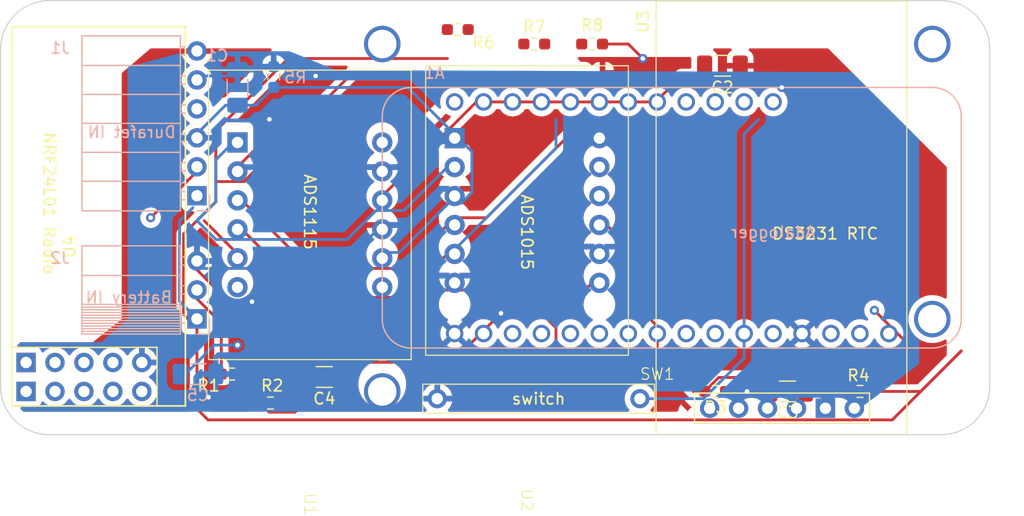
<source format=kicad_pcb>
(kicad_pcb (version 20221018) (generator pcbnew)
  (layers (0 "F.Cu" signal) (31 "B.Cu" signal) (34 "B.Paste" user) (35 "F.Paste" user) (36 "B.SilkS" user "B.Silkscreen") (37 "F.SilkS" user "F.Silkscreen") (38 "B.Mask" user) (39 "F.Mask" user) (44 "Edge.Cuts" user))
  (net 0 "")
  (net 1 "GND")
  (net 2 "Net-(A1-D6)")
  (net 3 "Net-(A1-D10)")
  (net 4 "SCK")
  (net 5 "MOSI")
  (net 6 "MISO")
  (net 7 "pH")
  (net 8 "SDA")
  (net 9 "SCL")
  (net 10 "Net-(U2-AIN0)")
  (net 11 "Net-(U2-AIN2)")
  (net 13 "Net-(A1-D5)")
  (net 14 "Net-(A1-D12)")
  (net 15 "+BATT")
  (net 16 "-BATT")
  (net 17 "unconnected-(A1-~{RESET}-Pad1)")
  (net 35 "RTH_High")
  (net 41 "Net-(R7-Pad1)")
  (footprint "Capacitor_SMD:C_1206_3216Metric_Pad1.33x1.80mm_HandSolder" (layer "F.Cu") (at 129.54 95.25)
    (fp_text reference "C4" (at 0 1.905) (layer "F.SilkS"))
    (fp_text value "100uF")
    (fp_line (start -0.711252 -0.91) (end 0.711252 -0.91) (stroke (width 0.12)) (layer "F.SilkS"))
    (fp_line (start -0.711252 0.91) (end 0.711252 0.91) (stroke (width 0.12)) (layer "F.SilkS"))
    (pad "1" smd roundrect (at -1.5625 0) (size 1.325 1.8) (layers "F.Cu" "F.Paste" "F.Mask") (roundrect_rratio 0.188679) (net 10 "Net-(U2-AIN0)"))
    (pad "2" smd roundrect (at 1.5625 0) (size 1.325 1.8) (layers "F.Cu" "F.Paste" "F.Mask") (roundrect_rratio 0.188679) (net 1 "GND"))
  )
  (footprint "Library:REED_amelia" (layer "F.Cu") (at 148.336 97.155)
    (fp_text reference "SW1" (at 10.414 -2.159 unlocked) (layer "F.SilkS") (effects (font (thickness 0.1))))
    (fp_text value "SW_Reed")
    (fp_rect (start -10.16 -1.27) (end 10.16 1.27) (stroke (width 0.1)) (fill none) (layer "F.SilkS"))
    (pad "1" thru_hole circle (at -8.89 0 90) (size 1.6764 1.6764) (drill 1) (layers "*.Cu" "*.Mask") (net 1 "GND"))
    (pad "2" thru_hole circle (at 8.89 0 90) (size 1.6764 1.6764) (drill 1) (layers "*.Cu" "*.Mask") (net 14 "Net-(A1-D12)"))
  )
  (footprint "Library:mountinghole_amelia" (layer "F.Cu") (at 182.88 66.04)
    (fp_text reference "REF**" hide)
    (fp_text value "mountinghole_amelia")
    (pad "P$1" thru_hole circle (at 0 0) (size 3.2 3.2) (drill 2.5) (layers "*.Cu" "*.Mask"))
  )
  (footprint "Resistor_SMD:R_0603_1608Metric_Pad0.98x0.95mm_HandSolder" (layer "F.Cu") (at 176.53 96.52 180)
    (fp_text reference "R4" (at 0.127 1.397) (layer "F.SilkS"))
    (fp_text value "1M")
    (fp_line (start -0.254724 -0.5225) (end 0.254724 -0.5225) (stroke (width 0.12)) (layer "F.SilkS"))
    (fp_line (start -0.254724 0.5225) (end 0.254724 0.5225) (stroke (width 0.12)) (layer "F.SilkS"))
    (pad "1" smd roundrect (at -0.9125 0 180) (size 0.975 0.95) (layers "F.Cu" "F.Paste" "F.Mask") (net 15 "+BATT"))
    (pad "2" smd roundrect (at 0.9125 0 180) (size 0.975 0.95) (layers "F.Cu" "F.Paste" "F.Mask") (net 11 "Net-(U2-AIN2)"))
  )
  (footprint "Library:ADC_amelia_nomount" (layer "F.Cu") (at 128.27 81.026 -90)
    (fp_text reference "U1" (at 25.4 0 -90 unlocked) (layer "F.SilkS") (effects (font (thickness 0.1))))
    (fp_text value "ADS_Ritger")
    (fp_rect (start -12.7 -8.89) (end 12.7 8.89) (stroke (width 0.1)) (fill none) (layer "F.SilkS"))
    (pad "1" thru_hole rect (at -6.35 6.35) (size 1.778 1.778) (drill 1) (layers "*.Cu" "*.Mask") (net 15 "+BATT"))
    (pad "2" thru_hole circle (at -3.81 6.35) (size 1.778 1.778) (drill 1) (layers "*.Cu" "*.Mask") (net 1 "GND"))
    (pad "3" thru_hole circle (at -1.27 6.35) (size 1.778 1.778) (drill 1) (layers "*.Cu" "*.Mask") (net 9 "SCL"))
    (pad "4" thru_hole circle (at 1.27 6.35) (size 1.778 1.778) (drill 1) (layers "*.Cu" "*.Mask") (net 8 "SDA"))
    (pad "5" thru_hole circle (at 3.81 6.35) (size 1.778 1.778) (drill 1) (layers "*.Cu" "*.Mask") (net 15 "+BATT"))
    (pad "6" thru_hole circle (at 6.35 6.35) (size 1.778 1.778) (drill 1) (layers "*.Cu" "*.Mask"))
    (pad "7" thru_hole circle (at -6.35 -6.35) (size 1.778 1.778) (drill 1) (layers "*.Cu" "*.Mask"))
    (pad "8" thru_hole circle (at -3.81 -6.35) (size 1.778 1.778) (drill 1) (layers "*.Cu" "*.Mask") (net 1 "GND"))
    (pad "9" thru_hole circle (at -1.27 -6.35) (size 1.778 1.778) (drill 1) (layers "*.Cu" "*.Mask") (net 35 "RTH_High"))
    (pad "10" thru_hole circle (at 1.27 -6.35) (size 1.778 1.778) (drill 1) (layers "*.Cu" "*.Mask") (net 1 "GND"))
    (pad "11" thru_hole circle (at 3.81 -6.35) (size 1.778 1.778) (drill 1) (layers "*.Cu" "*.Mask") (net 7 "pH"))
    (pad "12" thru_hole circle (at 6.35 -6.35) (size 1.778 1.778) (drill 1) (layers "*.Cu" "*.Mask"))
  )
  (footprint "Resistor_SMD:R_0603_1608Metric_Pad0.98x0.95mm_HandSolder" (layer "F.Cu") (at 153.035 66.04 180)
    (fp_text reference "R8" (at 0 1.651 180) (layer "F.SilkS"))
    (fp_text value "15k")
    (fp_line (start -0.254724 -0.5225) (end 0.254724 -0.5225) (stroke (width 0.12)) (layer "F.SilkS"))
    (fp_line (start -0.254724 0.5225) (end 0.254724 0.5225) (stroke (width 0.12)) (layer "F.SilkS"))
    (pad "1" smd roundrect (at -0.9125 0 180) (size 0.975 0.95) (layers "F.Cu" "F.Paste" "F.Mask") (net 1 "GND"))
    (pad "2" smd roundrect (at 0.9125 0 180) (size 0.975 0.95) (layers "F.Cu" "F.Paste" "F.Mask") (net 41 "Net-(R7-Pad1)"))
  )
  (footprint "Capacitor_SMD:C_1206_3216Metric_Pad1.33x1.80mm_HandSolder" (layer "F.Cu") (at 164.465 67.945)
    (fp_text reference "C2" (at 0 1.905) (layer "F.SilkS"))
    (fp_text value "100uF")
    (fp_line (start -0.711252 -0.91) (end 0.711252 -0.91) (stroke (width 0.12)) (layer "F.SilkS"))
    (fp_line (start -0.711252 0.91) (end 0.711252 0.91) (stroke (width 0.12)) (layer "F.SilkS"))
    (pad "1" smd roundrect (at -1.5625 0) (size 1.325 1.8) (layers "F.Cu" "F.Paste" "F.Mask") (roundrect_rratio 0.188679) (net 35 "RTH_High"))
    (pad "2" smd roundrect (at 1.5625 0) (size 1.325 1.8) (layers "F.Cu" "F.Paste" "F.Mask") (roundrect_rratio 0.188679) (net 1 "GND"))
  )
  (footprint "Resistor_SMD:R_0603_1608Metric_Pad0.98x0.95mm_HandSolder" (layer "F.Cu") (at 163.83 96.52)
    (fp_text reference "R3" (at 0 1.397) (layer "F.SilkS"))
    (fp_text value "10k")
    (fp_line (start -0.254724 -0.5225) (end 0.254724 -0.5225) (stroke (width 0.12)) (layer "F.SilkS"))
    (fp_line (start -0.254724 0.5225) (end 0.254724 0.5225) (stroke (width 0.12)) (layer "F.SilkS"))
    (pad "1" smd roundrect (at -0.9125 0) (size 0.975 0.95) (layers "F.Cu" "F.Paste" "F.Mask") (net 11 "Net-(U2-AIN2)"))
    (pad "2" smd roundrect (at 0.9125 0) (size 0.975 0.95) (layers "F.Cu" "F.Paste" "F.Mask") (net 1 "GND"))
  )
  (footprint "Library:mountinghole_amelia" (layer "F.Cu") (at 182.88 90.17)
    (fp_text reference "REF**" hide)
    (fp_text value "mountinghole_amelia")
    (pad "P$1" thru_hole circle (at 0 0) (size 3.2 3.2) (drill 2.5) (layers "*.Cu" "*.Mask"))
  )
  (footprint "" (layer "F.Cu") (at 134.62 66.04)
    (fp_text reference "" (at 0 0) (layer "F.SilkS") (effects (font (size 1.27 1.27))))
    (fp_text value "" (at 0 0) (layer "F.SilkS") (effects (font (size 1.27 1.27))))
    (pad "P$1" thru_hole circle (at 0 0) (size 3.2 3.2) (drill 2.5) (layers "*.Cu" "*.Mask"))
  )
  (footprint "Library:DS3231RTC_amelia" (layer "F.Cu") (at 160.8328 98.248 90)
    (fp_text reference "U3" (at 34.163 -3.332 90) (layer "F.SilkS"))
    (fp_text value "DS3231MZ")
    (fp_line (start -1.076 1.18) (end -1.076 16.54) (stroke (width 0.12)) (layer "F.SilkS"))
    (fp_line (start -1.076 1.18) (end 1.584 1.18) (stroke (width 0.12)) (layer "F.SilkS"))
    (fp_line (start -1.076 16.54) (end 1.584 16.54) (stroke (width 0.12)) (layer "F.SilkS"))
    (fp_line (start 0.254 1.18) (end 1.584 1.18) (stroke (width 0.12)) (layer "F.SilkS"))
    (fp_line (start 1.584 1.18) (end 1.584 2.51) (stroke (width 0.12)) (layer "F.SilkS"))
    (fp_line (start 1.584 1.18) (end 1.584 16.54) (stroke (width 0.12)) (layer "F.SilkS"))
    (fp_rect (start -2.032 -2.188) (end 35.968 19.812) (stroke (width 0.1)) (fill none) (layer "F.SilkS"))
    (pad "1" thru_hole circle (at 0.254 2.51 90) (size 1.7 1.7) (drill 1) (layers "*.Cu" "*.Mask") (net 1 "GND"))
    (pad "2" thru_hole oval (at 0.254 5.05 90) (size 1.7 1.7) (drill 1) (layers "*.Cu" "*.Mask") (net 15 "+BATT"))
    (pad "3" thru_hole oval (at 0.254 7.59 90) (size 1.7 1.7) (drill 1) (layers "*.Cu" "*.Mask") (net 8 "SDA"))
    (pad "4" thru_hole oval (at 0.254 10.13 90) (size 1.7 1.7) (drill 1) (layers "*.Cu" "*.Mask") (net 9 "SCL"))
    (pad "5" thru_hole rect (at 0.254 12.67 90) (size 1.7 1.7) (drill 1) (layers "*.Cu" "*.Mask") (net 13 "Net-(A1-D5)"))
    (pad "6" thru_hole oval (at 0.254 15.21 90) (size 1.7 1.7) (drill 1) (layers "*.Cu" "*.Mask"))
  )
  (footprint "Library:ADC_amelia_nomount" (layer "F.Cu") (at 147.32 80.645 -90)
    (fp_text reference "U2" (at 25.4 0 -90 unlocked) (layer "F.SilkS") (effects (font (thickness 0.1))))
    (fp_text value "ADS_Ritger")
    (fp_rect (start -12.7 -8.89) (end 12.7 8.89) (stroke (width 0.1)) (fill none) (layer "F.SilkS"))
    (pad "1" thru_hole rect (at -6.35 6.35) (size 1.778 1.778) (drill 1) (layers "*.Cu" "*.Mask") (net 15 "+BATT"))
    (pad "2" thru_hole circle (at -3.81 6.35) (size 1.778 1.778) (drill 1) (layers "*.Cu" "*.Mask") (net 1 "GND"))
    (pad "3" thru_hole circle (at -1.27 6.35) (size 1.778 1.778) (drill 1) (layers "*.Cu" "*.Mask") (net 9 "SCL"))
    (pad "4" thru_hole circle (at 1.27 6.35) (size 1.778 1.778) (drill 1) (layers "*.Cu" "*.Mask") (net 8 "SDA"))
    (pad "5" thru_hole circle (at 3.81 6.35) (size 1.778 1.778) (drill 1) (layers "*.Cu" "*.Mask") (net 1 "GND"))
    (pad "6" thru_hole circle (at 6.35 6.35) (size 1.778 1.778) (drill 1) (layers "*.Cu" "*.Mask"))
    (pad "7" thru_hole circle (at -6.35 -6.35) (size 1.778 1.778) (drill 1) (layers "*.Cu" "*.Mask"))
    (pad "8" thru_hole circle (at -3.81 -6.35) (size 1.778 1.778) (drill 1) (layers "*.Cu" "*.Mask"))
    (pad "9" thru_hole circle (at -1.27 -6.35) (size 1.778 1.778) (drill 1) (layers "*.Cu" "*.Mask") (net 11 "Net-(U2-AIN2)"))
    (pad "10" thru_hole circle (at 1.27 -6.35) (size 1.778 1.778) (drill 1) (layers "*.Cu" "*.Mask") (net 1 "GND"))
    (pad "11" thru_hole circle (at 3.81 -6.35) (size 1.778 1.778) (drill 1) (layers "*.Cu" "*.Mask") (net 10 "Net-(U2-AIN0)"))
    (pad "12" thru_hole circle (at 6.35 -6.35) (size 1.778 1.778) (drill 1) (layers "*.Cu" "*.Mask"))
  )
  (footprint "Resistor_SMD:R_0603_1608Metric_Pad0.98x0.95mm_HandSolder" (layer "F.Cu") (at 121.412 94.996)
    (fp_text reference "R1" (at -2.032 1.016) (layer "F.SilkS"))
    (fp_text value "1M")
    (fp_line (start -0.254724 -0.5225) (end 0.254724 -0.5225) (stroke (width 0.12)) (layer "F.SilkS"))
    (fp_line (start -0.254724 0.5225) (end 0.254724 0.5225) (stroke (width 0.12)) (layer "F.SilkS"))
    (pad "1" smd roundrect (at -0.9125 0) (size 0.975 0.95) (layers "F.Cu" "F.Paste" "F.Mask") (net 16 "-BATT"))
    (pad "2" smd roundrect (at 0.9125 0) (size 0.975 0.95) (layers "F.Cu" "F.Paste" "F.Mask") (net 10 "Net-(U2-AIN0)"))
  )
  (footprint "Library:mountinghole_amelia" (layer "F.Cu") (at 134.62 96.52)
    (fp_text reference "REF**" hide)
    (fp_text value "mountinghole_amelia")
    (pad "P$1" thru_hole circle (at 0 0) (size 3.2 3.2) (drill 2.5) (layers "*.Cu" "*.Mask"))
  )
  (footprint "Capacitor_SMD:C_1206_3216Metric_Pad1.33x1.80mm_HandSolder" (layer "F.Cu") (at 170.18 96.52 180)
    (fp_text reference "C3" (at 0 -1.85) (layer "F.SilkS"))
    (fp_text value "100uF")
    (fp_line (start -0.711252 -0.91) (end 0.711252 -0.91) (stroke (width 0.12)) (layer "F.SilkS"))
    (fp_line (start -0.711252 0.91) (end 0.711252 0.91) (stroke (width 0.12)) (layer "F.SilkS"))
    (pad "1" smd roundrect (at -1.5625 0 180) (size 1.325 1.8) (layers "F.Cu" "F.Paste" "F.Mask") (roundrect_rratio 0.188679) (net 11 "Net-(U2-AIN2)"))
    (pad "2" smd roundrect (at 1.5625 0 180) (size 1.325 1.8) (layers "F.Cu" "F.Paste" "F.Mask") (roundrect_rratio 0.188679) (net 1 "GND"))
  )
  (footprint "Resistor_SMD:R_0603_1608Metric_Pad0.98x0.95mm_HandSolder" (layer "F.Cu") (at 147.955 66.04 180)
    (fp_text reference "R7" (at 0 1.524 180) (layer "F.SilkS"))
    (fp_text value "1M")
    (fp_line (start -0.254724 -0.5225) (end 0.254724 -0.5225) (stroke (width 0.12)) (layer "F.SilkS"))
    (fp_line (start -0.254724 0.5225) (end 0.254724 0.5225) (stroke (width 0.12)) (layer "F.SilkS"))
    (pad "1" smd roundrect (at -0.9125 0 180) (size 0.975 0.95) (layers "F.Cu" "F.Paste" "F.Mask") (net 41 "Net-(R7-Pad1)"))
    (pad "2" smd roundrect (at 0.9125 0 180) (size 0.975 0.95) (layers "F.Cu" "F.Paste" "F.Mask") (net 15 "+BATT"))
  )
  (footprint "Resistor_SMD:R_0603_1608Metric_Pad0.98x0.95mm_HandSolder" (layer "F.Cu") (at 124.8175 97.536 180)
    (fp_text reference "R2" (at -0.1505 1.524) (layer "F.SilkS"))
    (fp_text value "10k")
    (fp_line (start -0.254724 -0.5225) (end 0.254724 -0.5225) (stroke (width 0.12)) (layer "F.SilkS"))
    (fp_line (start -0.254724 0.5225) (end 0.254724 0.5225) (stroke (width 0.12)) (layer "F.SilkS"))
    (pad "1" smd roundrect (at -0.9125 0 180) (size 0.975 0.95) (layers "F.Cu" "F.Paste" "F.Mask") (net 10 "Net-(U2-AIN0)"))
    (pad "2" smd roundrect (at 0.9125 0 180) (size 0.975 0.95) (layers "F.Cu" "F.Paste" "F.Mask") (net 1 "GND"))
  )
  (footprint "Library:NRF24L01Module" (layer "F.Cu") (at 105.918 93.98 90)
    (fp_text reference "U4" (at 10.16 1.27 90) (layer "F.SilkS"))
    (fp_text value "NRF24L01_Breakout")
    (fp_line (start -3.825 8.94) (end 1.33 8.94) (stroke (width 0.12)) (layer "F.SilkS"))
    (fp_line (start -3.81 -3.81) (end -3.81 11.43) (stroke (width 0.15)) (layer "F.SilkS"))
    (fp_line (start -3.81 11.43) (end 29.464 11.43) (stroke (width 0.15)) (layer "F.SilkS"))
    (fp_line (start 1.33 -3.825) (end 1.33 8.94) (stroke (width 0.12)) (layer "F.SilkS"))
    (fp_line (start 29.464 -3.81) (end -3.81 -3.81) (stroke (width 0.15)) (layer "F.SilkS"))
    (fp_line (start 29.464 11.43) (end 29.464 -3.81) (stroke (width 0.15)) (layer "F.SilkS"))
    (pad "1" thru_hole rect (at 0 -2.55 90) (size 1.7 1.7) (drill 1) (layers "*.Cu" "*.Mask") (net 15 "+BATT"))
    (pad "2" thru_hole rect (at -2.54 -2.55 90) (size 1.7 1.7) (drill 1) (layers "*.Cu" "*.Mask"))
    (pad "3" thru_hole oval (at 0 -0.01 90) (size 1.7 1.7) (drill 1) (layers "*.Cu" "*.Mask") (net 3 "Net-(A1-D10)"))
    (pad "4" thru_hole oval (at -2.54 -0.01 90) (size 1.7 1.7) (drill 1) (layers "*.Cu" "*.Mask") (net 2 "Net-(A1-D6)"))
    (pad "5" thru_hole oval (at 0 2.53 90) (size 1.7 1.7) (drill 1) (layers "*.Cu" "*.Mask") (net 5 "MOSI"))
    (pad "6" thru_hole oval (at -2.54 2.53 90) (size 1.7 1.7) (drill 1) (layers "*.Cu" "*.Mask") (net 4 "SCK"))
    (pad "7" thru_hole oval (at 0 5.07 90) (size 1.7 1.7) (drill 1) (layers "*.Cu" "*.Mask"))
    (pad "8" thru_hole oval (at -2.54 5.07 90) (size 1.7 1.7) (drill 1) (layers "*.Cu" "*.Mask") (net 6 "MISO"))
    (pad "9" thru_hole oval (at 0 7.61 90) (size 1.7 1.7) (drill 1) (layers "*.Cu" "*.Mask") (net 1 "GND"))
    (pad "10" thru_hole oval (at -2.54 7.61 90) (size 1.7 1.7) (drill 1) (layers "*.Cu" "*.Mask"))
  )
  (footprint "Resistor_SMD:R_0603_1608Metric_Pad0.98x0.95mm_HandSolder" (layer "F.Cu") (at 141.2475 64.77)
    (fp_text reference "R6" (at 2.2625 1.143) (layer "F.SilkS"))
    (fp_text value "1M")
    (fp_line (start -0.254724 -0.5225) (end 0.254724 -0.5225) (stroke (width 0.12)) (layer "F.SilkS"))
    (fp_line (start -0.254724 0.5225) (end 0.254724 0.5225) (stroke (width 0.12)) (layer "F.SilkS"))
    (pad "1" smd roundrect (at -0.9125 0) (size 0.975 0.95) (layers "F.Cu" "F.Paste" "F.Mask") (net 15 "+BATT"))
    (pad "2" smd roundrect (at 0.9125 0) (size 0.975 0.95) (layers "F.Cu" "F.Paste" "F.Mask") (net 35 "RTH_High"))
  )
  (footprint "Connector_PinSocket_2.54mm:PinSocket_1x03_P2.54mm_Horizontal" (layer "B.Cu") (at 118.364 90.155)
    (fp_text reference "J2" (at -12.02 -5.334 -360) (layer "B.SilkS") (effects (justify mirror)))
    (fp_text value "Conn_01x03_Pin")
    (fp_line (start -10.09 -6.41) (end -1.46 -6.41) (stroke (width 0.12)) (layer "B.SilkS"))
    (fp_line (start -10.09 -3.81) (end -1.46 -3.81) (stroke (width 0.12)) (layer "B.SilkS"))
    (fp_line (start -10.09 -1.27) (end -1.46 -1.27) (stroke (width 0.12)) (layer "B.SilkS"))
    (fp_line (start -10.09 -1.033805) (end -1.46 -1.033805) (stroke (width 0.12)) (layer "B.SilkS"))
    (fp_line (start -10.09 -0.797615) (end -1.46 -0.797615) (stroke (width 0.12)) (layer "B.SilkS"))
    (fp_line (start -10.09 -0.561425) (end -1.46 -0.561425) (stroke (width 0.12)) (layer "B.SilkS"))
    (fp_line (start -10.09 -0.325235) (end -1.46 -0.325235) (stroke (width 0.12)) (layer "B.SilkS"))
    (fp_line (start -10.09 -0.089045) (end -1.46 -0.089045) (stroke (width 0.12)) (layer "B.SilkS"))
    (fp_line (start -10.09 0.147145) (end -1.46 0.147145) (stroke (width 0.12)) (layer "B.SilkS"))
    (fp_line (start -10.09 0.383335) (end -1.46 0.383335) (stroke (width 0.12)) (layer "B.SilkS"))
    (fp_line (start -10.09 0.619525) (end -1.46 0.619525) (stroke (width 0.12)) (layer "B.SilkS"))
    (fp_line (start -10.09 0.855715) (end -1.46 0.855715) (stroke (width 0.12)) (layer "B.SilkS"))
    (fp_line (start -10.09 1.091905) (end -1.46 1.091905) (stroke (width 0.12)) (layer "B.SilkS"))
    (fp_line (start -10.09 1.33) (end -10.09 -6.41) (stroke (width 0.12)) (layer "B.SilkS"))
    (fp_line (start -10.09 1.33) (end -1.46 1.33) (stroke (width 0.12)) (layer "B.SilkS"))
    (fp_line (start -1.46 -5.44) (end -1.05 -5.44) (stroke (width 0.12)) (layer "B.SilkS"))
    (fp_line (start -1.46 -4.72) (end -1.05 -4.72) (stroke (width 0.12)) (layer "B.SilkS"))
    (fp_line (start -1.46 -2.9) (end -1.05 -2.9) (stroke (width 0.12)) (layer "B.SilkS"))
    (fp_line (start -1.46 -2.18) (end -1.05 -2.18) (stroke (width 0.12)) (layer "B.SilkS"))
    (fp_line (start -1.46 -0.36) (end -1.11 -0.36) (stroke (width 0.12)) (layer "B.SilkS"))
    (fp_line (start -1.46 0.36) (end -1.11 0.36) (stroke (width 0.12)) (layer "B.SilkS"))
    (fp_line (start -1.46 1.33) (end -1.46 -6.41) (stroke (width 0.12)) (layer "B.SilkS"))
    (fp_line (start 0 1.33) (end 1.11 1.33) (stroke (width 0.12)) (layer "B.SilkS"))
    (fp_line (start 1.11 1.33) (end 1.11 0) (stroke (width 0.12)) (layer "B.SilkS"))
    (pad "1" thru_hole rect (at 0 0) (size 1.7 1.7) (drill 1) (layers "*.Cu" "*.Mask") (net 15 "+BATT"))
    (pad "2" thru_hole oval (at 0 -2.54) (size 1.7 1.7) (drill 1) (layers "*.Cu" "*.Mask") (net 16 "-BATT"))
    (pad "3" thru_hole oval (at 0 -5.08) (size 1.7 1.7) (drill 1) (layers "*.Cu" "*.Mask") (net 1 "GND"))
  )
  (footprint "Resistor_SMD:R_0603_1608Metric_Pad0.98x0.95mm_HandSolder" (layer "B.Cu") (at 125.095 68.9375 90)
    (fp_text reference "R5" (at -0.0235 1.905) (layer "B.SilkS") (effects (justify mirror)))
    (fp_text value "1M")
    (fp_line (start -0.254724 -0.5225) (end 0.254724 -0.5225) (stroke (width 0.12)) (layer "B.SilkS"))
    (fp_line (start -0.254724 0.5225) (end 0.254724 0.5225) (stroke (width 0.12)) (layer "B.SilkS"))
    (pad "1" smd roundrect (at -0.9125 0 90) (size 0.975 0.95) (layers "B.Cu" "B.Paste" "B.Mask") (net 7 "pH"))
    (pad "2" smd roundrect (at 0.9125 0 90) (size 0.975 0.95) (layers "B.Cu" "B.Paste" "B.Mask") (net 1 "GND"))
  )
  (footprint "Library:Adalogger_amelia_nomount" (layer "B.Cu") (at 160.02 81.28 180)
    (fp_text reference "A1" (at 20.828 12.7) (layer "B.SilkS") (effects (justify mirror)))
    (fp_text value "Adafruit_Feather_M0_Adalogger")
    (fp_line (start -25.4 -8.89) (end -25.4 8.89) (stroke (width 0.127)) (layer "B.SilkS"))
    (fp_line (start -22.86 11.43) (end 22.86 11.43) (stroke (width 0.127)) (layer "B.SilkS"))
    (fp_line (start 22.86 -11.43) (end -22.86 -11.43) (stroke (width 0.127)) (layer "B.SilkS"))
    (fp_line (start 25.4 8.89) (end 25.4 -8.89) (stroke (width 0.127)) (layer "B.SilkS"))
    (fp_arc (start -25.4 -8.89) (mid -24.656051 -10.686051) (end -22.86 -11.43) (stroke (width 0.127)) (layer "B.SilkS"))
    (fp_arc (start -22.86 11.43) (mid -24.656051 10.686051) (end -25.4 8.89) (stroke (width 0.127)) (layer "B.SilkS"))
    (fp_arc (start 22.86 -11.43) (mid 24.656051 -10.686051) (end 25.4 -8.89) (stroke (width 0.127)) (layer "B.SilkS"))
    (fp_arc (start 25.4 8.89) (mid 24.656051 10.686051) (end 22.86 11.43) (stroke (width 0.127)) (layer "B.SilkS"))
    (pad "1" thru_hole circle (at -19.05 -10.16 180) (size 1.53 1.53) (drill 1.02) (layers "*.Cu" "*.Mask") (net 17 "unconnected-(A1-~{RESET}-Pad1)"))
    (pad "2" thru_hole circle (at -16.51 -10.16 180) (size 1.53 1.53) (drill 1.02) (layers "*.Cu" "*.Mask") (net 15 "+BATT"))
    (pad "3" thru_hole circle (at -13.97 -10.16 180) (size 1.53 1.53) (drill 1.02) (layers "*.Cu" "*.Mask"))
    (pad "4" thru_hole circle (at -11.43 -10.16 180) (size 1.53 1.53) (drill 1.02) (layers "*.Cu" "*.Mask") (net 1 "GND"))
    (pad "5" thru_hole circle (at -8.89 -10.16 180) (size 1.53 1.53) (drill 1.02) (layers "*.Cu" "*.Mask"))
    (pad "6" thru_hole circle (at -6.35 -10.16 180) (size 1.53 1.53) (drill 1.02) (layers "*.Cu" "*.Mask"))
    (pad "7" thru_hole circle (at -3.81 -10.16 180) (size 1.53 1.53) (drill 1.02) (layers "*.Cu" "*.Mask"))
    (pad "8" thru_hole circle (at -1.27 -10.16 180) (size 1.53 1.53) (drill 1.02) (layers "*.Cu" "*.Mask"))
    (pad "9" thru_hole circle (at 1.27 -10.16 180) (size 1.53 1.53) (drill 1.02) (layers "*.Cu" "*.Mask"))
    (pad "10" thru_hole circle (at 3.81 -10.16 180) (size 1.53 1.53) (drill 1.02) (layers "*.Cu" "*.Mask"))
    (pad "11" thru_hole circle (at 6.35 -10.16 180) (size 1.53 1.53) (drill 1.02) (layers "*.Cu" "*.Mask") (net 4 "SCK"))
    (pad "12" thru_hole circle (at 8.89 -10.16 180) (size 1.53 1.53) (drill 1.02) (layers "*.Cu" "*.Mask") (net 5 "MOSI"))
    (pad "13" thru_hole circle (at 11.43 -10.16 180) (size 1.53 1.53) (drill 1.02) (layers "*.Cu" "*.Mask") (net 6 "MISO"))
    (pad "14" thru_hole circle (at 13.97 -10.16 180) (size 1.53 1.53) (drill 1.02) (layers "*.Cu" "*.Mask"))
    (pad "15" thru_hole circle (at 16.51 -10.16 180) (size 1.53 1.53) (drill 1.02) (layers "*.Cu" "*.Mask"))
    (pad "16" thru_hole circle (at 19.05 -10.16 180) (size 1.53 1.53) (drill 1.02) (layers "*.Cu" "*.Mask") (net 1 "GND"))
    (pad "17" thru_hole circle (at 19.05 10.16 180) (size 1.53 1.53) (drill 1.02) (layers "*.Cu" "*.Mask") (net 8 "SDA"))
    (pad "18" thru_hole circle (at 16.51 10.16 180) (size 1.53 1.53) (drill 1.02) (layers "*.Cu" "*.Mask") (net 9 "SCL"))
    (pad "19" thru_hole circle (at 13.97 10.16 180) (size 1.53 1.53) (drill 1.02) (layers "*.Cu" "*.Mask") (net 13 "Net-(A1-D5)"))
    (pad "20" thru_hole circle (at 11.43 10.16 180) (size 1.53 1.53) (drill 1.02) (layers "*.Cu" "*.Mask") (net 2 "Net-(A1-D6)"))
    (pad "21" thru_hole circle (at 8.89 10.16 180) (size 1.53 1.53) (drill 1.02) (layers "*.Cu" "*.Mask"))
    (pad "22" thru_hole circle (at 6.35 10.16 180) (size 1.53 1.53) (drill 1.02) (layers "*.Cu" "*.Mask") (net 3 "Net-(A1-D10)"))
    (pad "23" thru_hole circle (at 3.81 10.16 180) (size 1.53 1.53) (drill 1.02) (layers "*.Cu" "*.Mask"))
    (pad "24" thru_hole circle (at 1.27 10.16 180) (size 1.53 1.53) (drill 1.02) (layers "*.Cu" "*.Mask") (net 14 "Net-(A1-D12)"))
    (pad "25" thru_hole circle (at -1.27 10.16 180) (size 1.53 1.53) (drill 1.02) (layers "*.Cu" "*.Mask"))
    (pad "26" thru_hole circle (at -3.81 10.16 180) (size 1.53 1.53) (drill 1.02) (layers "*.Cu" "*.Mask"))
    (pad "27" thru_hole circle (at -6.35 10.16 180) (size 1.53 1.53) (drill 1.02) (layers "*.Cu" "*.Mask"))
    (pad "28" thru_hole circle (at -8.89 10.16 180) (size 1.53 1.53) (drill 1.02) (layers "*.Cu" "*.Mask"))
  )
  (footprint "Capacitor_SMD:C_1206_3216Metric_Pad1.33x1.80mm_HandSolder" (layer "B.Cu") (at 118.4525 94.996)
    (fp_text reference "C5" (at 0 1.85 180) (layer "B.SilkS") (effects (justify mirror)))
    (fp_text value "10uF")
    (fp_line (start -0.711252 -0.91) (end 0.711252 -0.91) (stroke (width 0.12)) (layer "B.SilkS"))
    (fp_line (start -0.711252 0.91) (end 0.711252 0.91) (stroke (width 0.12)) (layer "B.SilkS"))
    (pad "1" smd roundrect (at -1.5625 0) (size 1.325 1.8) (layers "B.Cu" "B.Paste" "B.Mask") (roundrect_rratio 0.188679) (net 15 "+BATT"))
    (pad "2" smd roundrect (at 1.5625 0) (size 1.325 1.8) (layers "B.Cu" "B.Paste" "B.Mask") (roundrect_rratio 0.188679) (net 1 "GND"))
  )
  (footprint "Connector_PinSocket_2.54mm:PinSocket_1x06_P2.54mm_Horizontal" (layer "B.Cu") (at 118.364 79.35)
    (fp_text reference "J1" (at -12.02 -12.954) (layer "B.SilkS") (effects (justify mirror)))
    (fp_text value "Conn_01x06_Pin")
    (fp_line (start -10.09 -14.03) (end -1.46 -14.03) (stroke (width 0.12)) (layer "B.SilkS"))
    (fp_line (start -10.09 -11.43) (end -1.46 -11.43) (stroke (width 0.12)) (layer "B.SilkS"))
    (fp_line (start -10.09 -8.89) (end -1.46 -8.89) (stroke (width 0.12)) (layer "B.SilkS"))
    (fp_line (start -10.09 -6.35) (end -1.46 -6.35) (stroke (width 0.12)) (layer "B.SilkS"))
    (fp_line (start -10.09 -3.81) (end -1.46 -3.81) (stroke (width 0.12)) (layer "B.SilkS"))
    (fp_line (start -10.09 -1.27) (end -1.46 -1.27) (stroke (width 0.12)) (layer "B.SilkS"))
    (fp_line (start -10.09 1.33) (end -10.09 -14.03) (stroke (width 0.12)) (layer "B.SilkS"))
    (fp_line (start -10.09 1.33) (end -1.46 1.33) (stroke (width 0.12)) (layer "B.SilkS"))
    (fp_line (start -1.46 -13.06) (end -1.05 -13.06) (stroke (width 0.12)) (layer "B.SilkS"))
    (fp_line (start -1.46 -12.34) (end -1.05 -12.34) (stroke (width 0.12)) (layer "B.SilkS"))
    (fp_line (start -1.46 -10.52) (end -1.05 -10.52) (stroke (width 0.12)) (layer "B.SilkS"))
    (fp_line (start -1.46 -9.8) (end -1.05 -9.8) (stroke (width 0.12)) (layer "B.SilkS"))
    (fp_line (start -1.46 -7.98) (end -1.05 -7.98) (stroke (width 0.12)) (layer "B.SilkS"))
    (fp_line (start -1.46 -7.26) (end -1.05 -7.26) (stroke (width 0.12)) (layer "B.SilkS"))
    (fp_line (start -1.46 -5.44) (end -1.05 -5.44) (stroke (width 0.12)) (layer "B.SilkS"))
    (fp_line (start -1.46 -4.72) (end -1.05 -4.72) (stroke (width 0.12)) (layer "B.SilkS"))
    (fp_line (start -1.46 -2.9) (end -1.05 -2.9) (stroke (width 0.12)) (layer "B.SilkS"))
    (fp_line (start -1.46 -2.18) (end -1.05 -2.18) (stroke (width 0.12)) (layer "B.SilkS"))
    (fp_line (start -1.46 -0.36) (end -1.11 -0.36) (stroke (width 0.12)) (layer "B.SilkS"))
    (fp_line (start -1.46 0.36) (end -1.11 0.36) (stroke (width 0.12)) (layer "B.SilkS"))
    (fp_line (start -1.46 1.33) (end -1.46 -14.03) (stroke (width 0.12)) (layer "B.SilkS"))
    (fp_line (start 0 1.33) (end 1.11 1.33) (stroke (width 0.12)) (layer "B.SilkS"))
    (fp_line (start 1.11 1.33) (end 1.11 0) (stroke (width 0.12)) (layer "B.SilkS"))
    (pad "1" thru_hole rect (at 0 0) (size 1.7 1.7) (drill 1) (layers "*.Cu" "*.Mask") (net 15 "+BATT"))
    (pad "2" thru_hole oval (at 0 -2.54) (size 1.7 1.7) (drill 1) (layers "*.Cu" "*.Mask") (net 16 "-BATT"))
    (pad "3" thru_hole oval (at 0 -5.08) (size 1.7 1.7) (drill 1) (layers "*.Cu" "*.Mask") (net 1 "GND"))
    (pad "4" thru_hole oval (at 0 -7.62) (size 1.7 1.7) (drill 1) (layers "*.Cu" "*.Mask") (net 7 "pH"))
    (pad "5" thru_hole oval (at 0 -10.16) (size 1.7 1.7) (drill 1) (layers "*.Cu" "*.Mask") (net 35 "RTH_High"))
    (pad "6" thru_hole oval (at 0 -12.7) (size 1.7 1.7) (drill 1) (layers "*.Cu" "*.Mask") (net 1 "GND"))
  )
  (footprint "Capacitor_SMD:C_1206_3216Metric_Pad1.33x1.80mm_HandSolder" (layer "B.Cu") (at 121.92 69.85 90)
    (fp_text reference "C1" (at 2.794 -1.778) (layer "B.SilkS") (effects (justify mirror)))
    (fp_text value "22uF")
    (fp_line (start -0.711252 -0.91) (end 0.711252 -0.91) (stroke (width 0.12)) (layer "B.SilkS"))
    (fp_line (start -0.711252 0.91) (end 0.711252 0.91) (stroke (width 0.12)) (layer "B.SilkS"))
    (pad "1" smd roundrect (at -1.5625 0 90) (size 1.325 1.8) (layers "B.Cu" "B.Paste" "B.Mask") (roundrect_rratio 0.188679) (net 7 "pH"))
    (pad "2" smd roundrect (at 1.5625 0 90) (size 1.325 1.8) (layers "B.Cu" "B.Paste" "B.Mask") (roundrect_rratio 0.188679) (net 1 "GND"))
  )
  (gr_line (start 101.133583 66.506417) (end 101.133583 96.033583) (stroke (width 0.1)) (layer "Edge.Cuts"))
  (gr_arc (start 183.641983 62.23) (mid 186.6684 63.483583) (end 187.921983 66.51) (stroke (width 0.1)) (layer "Edge.Cuts"))
  (gr_arc (start 187.922 96.037166) (mid 186.66945 99.061024) (end 183.645583 100.313583) (stroke (width 0.1)) (layer "Edge.Cuts"))
  (gr_arc (start 105.413583 100.313583) (mid 102.387167 99.060004) (end 101.133583 96.033583) (stroke (width 0.1)) (layer "Edge.Cuts"))
  (gr_line (start 183.645583 62.226417) (end 105.413583 62.226417) (stroke (width 0.1)) (layer "Edge.Cuts"))
  (gr_line (start 183.645583 100.313583) (end 105.413583 100.313583) (stroke (width 0.1)) (layer "Edge.Cuts"))
  (gr_line (start 187.922 66.51) (end 187.922 96.037166) (stroke (width 0.1)) (layer "Edge.Cuts"))
  (gr_arc (start 101.133583 66.506417) (mid 102.387178 63.480012) (end 105.413583 62.226417) (stroke (width 0.1)) (layer "Edge.Cuts"))
  (gr_text "Battery IN" (at 112.395 88.265) (layer "B.SilkS") (effects (font (size 1 1)) (justify mirror)))
  (gr_text "Durafet IN" (at 112.65 73.77) (layer "B.SilkS") (effects (font (size 1 1)) (justify mirror)))
  (gr_text "Adalogger" (at 168.91 82.55) (layer "B.SilkS") (effects (font (size 1 1)) (justify mirror)))
  (gr_text "ADS1015" (at 147.32 82.55 -90) (layer "F.SilkS") (effects (font (size 1 1))))
  (gr_text "DS3231 RTC" (at 173.482 82.677) (layer "F.SilkS") (effects (font (size 1 1))))
  (gr_text "NRF24L01 Radio" (at 105.41 80.01 270) (layer "F.SilkS") (effects (font (size 1 1))))
  (gr_text "ADS1115" (at 128.27 80.772 270) (layer "F.SilkS") (effects (font (size 1 1))))
  (gr_text "switch" (at 148.336 97.155) (layer "F.SilkS") (effects (font (size 1 1))))
  (segment (start 131.1025 95.25) (end 130.048 95.25) (width 0.25) (layer "F.Cu") (net 1))
  (segment (start 121.158 88.646) (end 118.364 85.852) (width 0.25) (layer "F.Cu") (net 1))
  (segment (start 145.034 89.662) (end 140.736 93.96) (width 0.25) (layer "F.Cu") (net 1))
  (segment (start 168.6175 96.52) (end 166.624 96.52) (width 0.25) (layer "F.Cu") (net 1))
  (segment (start 149.86 90.932) (end 149.86 92.964) (width 0.25) (layer "F.Cu") (net 1))
  (segment (start 164.7425 96.52) (end 166.624 96.52) (width 0.25) (layer "F.Cu") (net 1))
  (segment (start 147.32 86.36) (end 149.86 83.82) (width 0.25) (layer "F.Cu") (net 1))
  (segment (start 123.19 88.646) (end 121.158 88.646) (width 0.25) (layer "F.Cu") (net 1))
  (segment (start 119.38 97.028) (end 119.888 97.536) (width 0.25) (layer "F.Cu") (net 1))
  (segment (start 124.714 74.041) (end 121.92 76.835) (width 0.25) (layer "F.Cu") (net 1))
  (segment (start 148.59 89.662) (end 149.86 90.932) (width 0.25) (layer "F.Cu") (net 1))
  (segment (start 131.1025 95.25) (end 132.3925 93.96) (width 0.25) (layer "F.Cu") (net 1))
  (segment (start 156.21 66.04) (end 157.48 67.31) (width 0.25) (layer "F.Cu") (net 1))
  (segment (start 124.714 72.644) (end 124.714 74.041) (width 0.25) (layer "F.Cu") (net 1))
  (segment (start 166.0275 67.945) (end 167.767 67.945) (width 0.25) (layer "F.Cu") (net 1))
  (segment (start 140.97 86.36) (end 147.32 86.36) (width 0.25) (layer "F.Cu") (net 1))
  (segment (start 167.767 67.945) (end 169.672 69.85) (width 0.25) (layer "F.Cu") (net 1))
  (segment (start 126.962 98.336) (end 127.762 97.536) (width 0.25) (layer "F.Cu") (net 1))
  (segment (start 130.048 95.25) (end 127.762 97.536) (width 0.25) (layer "F.Cu") (net 1))
  (segment (start 140.736 93.96) (end 132.3925 93.96) (width 0.25) (layer "F.Cu") (net 1))
  (segment (start 153.9475 66.04) (end 156.21 66.04) (width 0.25) (layer "F.Cu") (net 1))
  (segment (start 123.905 97.536) (end 124.705 98.336) (width 0.25) (layer "F.Cu") (net 1))
  (segment (start 153.67 83.82) (end 149.86 83.82) (width 0.25) (layer "F.Cu") (net 1))
  (segment (start 124.705 98.336) (end 126.962 98.336) (width 0.25) (layer "F.Cu") (net 1))
  (segment (start 145.669 97.155) (end 149.86 92.964) (width 0.25) (layer "F.Cu") (net 1))
  (segment (start 139.446 97.155) (end 145.669 97.155) (width 0.25) (layer "F.Cu") (net 1))
  (segment (start 145.034 89.662) (end 148.59 89.662) (width 0.25) (layer "F.Cu") (net 1))
  (segment (start 119.888 97.536) (end 123.905 97.536) (width 0.25) (layer "F.Cu") (net 1))
  (via (at 123.19 88.646) (size 0.8) (drill 0.4) (layers "F.Cu" "B.Cu") (net 1))
  (via (at 169.672 69.85) (size 0.8) (drill 0.4) (layers "F.Cu" "B.Cu") (net 1))
  (via (at 166.624 96.52) (size 0.8) (drill 0.4) (layers "F.Cu" "B.Cu") (net 1))
  (via (at 157.48 67.31) (size 0.8) (drill 0.4) (layers "F.Cu" "B.Cu") (net 1))
  (via (at 121.92 92.456) (size 0.8) (drill 0.4) (layers "F.Cu" "B.Cu") (net 1))
  (via (at 124.714 72.644) (size 0.8) (drill 0.4) (layers "F.Cu" "B.Cu") (net 1))
  (via (at 119.38 97.028) (size 0.8) (drill 0.4) (layers "F.Cu" "B.Cu") (net 1))
  (via (at 145.034 89.662) (size 0.8) (drill 0.4) (layers "F.Cu" "B.Cu") (net 1))
  (via (at 128.778 68.834) (size 0.8) (drill 0.4) (layers "F.Cu" "B.Cu") (net 1))
  (segment (start 130.81 85.725) (end 118.491 85.725) (width 0.25) (layer "B.Cu") (net 1))
  (segment (start 134.62 81.915) (end 130.81 85.725) (width 0.25) (layer "B.Cu") (net 1))
  (segment (start 134.62 81.915) (end 136.906 81.915) (width 0.25) (layer "B.Cu") (net 1))
  (segment (start 127.969 68.025) (end 125.095 68.025) (width 0.25) (layer "B.Cu") (net 1))
  (segment (start 121.3735 68.834) (end 121.92 68.2875) (width 0.25) (layer "B.Cu") (net 1))
  (segment (start 136.906 81.915) (end 140.081 78.74) (width 0.25) (layer "B.Cu") (net 1))
  (segment (start 140.081 78.74) (end 140.97 78.74) (width 0.25) (layer "B.Cu") (net 1))
  (segment (start 118.364 68.834) (end 121.3735 68.834) (width 0.25) (layer "B.Cu") (net 1))
  (segment (start 128.778 68.834) (end 127.969 68.025) (width 0.25) (layer "B.Cu") (net 1))
  (segment (start 125.095 68.025) (end 122.1825 68.025) (width 0.25) (layer "B.Cu") (net 1))
  (segment (start 140.429933 80.01) (end 136.111933 84.328) (width 0.25) (layer "B.Cu") (net 7))
  (segment (start 142.494 79.052874) (end 141.536874 80.01) (width 0.25) (layer "B.Cu") (net 7))
  (segment (start 141.536874 80.01) (end 140.429933 80.01) (width 0.25) (layer "B.Cu") (net 7))
  (segment (start 121.92 71.4125) (end 123.5325 71.4125) (width 0.25) (layer "B.Cu") (net 7))
  (segment (start 125.095 69.85) (end 136.85762 69.85) (width 0.25) (layer "B.Cu") (net 7))
  (segment (start 120.8655 71.4125) (end 118.364 73.914) (width 0.25) (layer "B.Cu") (net 7))
  (segment (start 123.5325 71.4125) (end 125.095 69.85) (width 0.25) (layer "B.Cu") (net 7))
  (segment (start 142.494 75.48638) (end 142.494 79.052874) (width 0.25) (layer "B.Cu") (net 7))
  (segment (start 136.85762 69.85) (end 142.494 75.48638) (width 0.25) (layer "B.Cu") (net 7))
  (segment (start 121.92 71.4125) (end 120.8655 71.4125) (width 0.25) (layer "B.Cu") (net 7))
  (segment (start 136.111933 84.328) (end 134.747 84.328) (width 0.25) (layer "B.Cu") (net 7))
  (segment (start 136.525 88.265) (end 140.97 83.82) (width 0.25) (layer "F.Cu") (net 8))
  (segment (start 128.27 88.265) (end 136.525 88.265) (width 0.25) (layer "F.Cu") (net 8))
  (segment (start 121.92 81.915) (end 128.27 88.265) (width 0.25) (layer "F.Cu") (net 8))
  (segment (start 149.86 75.184) (end 141.224 83.82) (width 0.25) (layer "B.Cu") (net 8))
  (segment (start 149.86 72.644) (end 149.86 75.184) (width 0.25) (layer "B.Cu") (net 8))
  (segment (start 152.4 72.644) (end 143.764 81.28) (width 0.25) (layer "F.Cu") (net 9))
  (segment (start 136.525 85.725) (end 140.97 81.28) (width 0.25) (layer "F.Cu") (net 9))
  (segment (start 143.764 81.28) (end 140.97 81.28) (width 0.25) (layer "F.Cu") (net 9))
  (segment (start 121.92 79.375) (end 128.27 85.725) (width 0.25) (layer "F.Cu") (net 9))
  (segment (start 128.27 85.725) (end 136.525 85.725) (width 0.25) (layer "F.Cu") (net 9))
  (segment (start 127.9775 95.25) (end 133.8195 89.408) (width 0.25) (layer "F.Cu") (net 10))
  (segment (start 123.19 94.996) (end 125.73 97.536) (width 0.25) (layer "F.Cu") (net 10))
  (segment (start 125.73 97.4975) (end 127.9775 95.25) (width 0.25) (layer "F.Cu") (net 10))
  (segment (start 136.652 89.408) (end 138.43 87.63) (width 0.25) (layer "F.Cu") (net 10))
  (segment (start 152.4 87.63) (end 153.67 86.36) (width 0.25) (layer "F.Cu") (net 10))
  (segment (start 138.43 87.63) (end 152.4 87.63) (width 0.25) (layer "F.Cu") (net 10))
  (segment (start 133.8195 89.408) (end 136.652 89.408) (width 0.25) (layer "F.Cu") (net 10))
  (segment (start 122.3245 94.996) (end 123.19 94.996) (width 0.25) (layer "F.Cu") (net 10))
  (segment (start 155.575 87.628604) (end 155.575 83.185) (width 0.25) (layer "F.Cu") (net 11))
  (segment (start 158.75 90.803604) (end 155.575 87.628604) (width 0.25) (layer "F.Cu") (net 11))
  (segment (start 161.925 96.52) (end 158.75 93.345) (width 0.25) (layer "F.Cu") (net 11))
  (segment (start 158.75 93.345) (end 158.75 90.803604) (width 0.25) (layer "F.Cu") (net 11))
  (segment (start 170.5175 95.295) (end 164.1425 95.295) (width 0.25) (layer "F.Cu") (net 11))
  (segment (start 175.6175 96.52) (end 171.7425 96.52) (width 0.25) (layer "F.Cu") (net 11))
  (segment (start 155.575 83.185) (end 153.67 81.28) (width 0.25) (layer "F.Cu") (net 11))
  (segment (start 164.1425 95.295) (end 162.9175 96.52) (width 0.25) (layer "F.Cu") (net 11))
  (segment (start 162.9175 96.52) (end 161.925 96.52) (width 0.25) (layer "F.Cu") (net 11))
  (segment (start 171.7425 96.52) (end 170.5175 95.295) (width 0.25) (layer "F.Cu") (net 11))
  (segment (start 166.37 73.914) (end 167.64 72.644) (width 0.25) (layer "B.Cu") (net 14))
  (segment (start 162.803692 97.155) (end 166.37 93.588692) (width 0.25) (layer "B.Cu") (net 14))
  (segment (start 166.37 93.588692) (end 166.37 73.914) (width 0.25) (layer "B.Cu") (net 14))
  (segment (start 157.226 97.155) (end 162.803692 97.155) (width 0.25) (layer "B.Cu") (net 14))
  (segment (start 122.486874 78.105) (end 120.015 78.105) (width 0.25) (layer "F.Cu") (net 15))
  (segment (start 126.365 67.31) (end 140.335 67.31) (width 0.25) (layer "F.Cu") (net 15))
  (segment (start 185.42 92.964) (end 179.369 99.015) (width 0.25) (layer "F.Cu") (net 15))
  (segment (start 118.999 81.534) (end 121.92 84.455) (width 0.25) (layer "F.Cu") (net 15))
  (segment (start 120.015 79.883) (end 118.364 81.534) (width 0.25) (layer "F.Cu") (net 15))
  (segment (start 147.0425 68.58) (end 132.011874 68.58) (width 0.25) (layer "F.Cu") (net 15))
  (segment (start 179.369 99.015) (end 119.335 99.015) (width 0.25) (layer "F.Cu") (net 15))
  (segment (start 120.015 78.105) (end 120.015 73.66) (width 0.25) (layer "F.Cu") (net 15))
  (segment (start 117.189 89.757) (end 117.189 82.709) (width 0.25) (layer "F.Cu") (net 15))
  (segment (start 132.011874 68.58) (end 122.486874 78.105) (width 0.25) (layer "F.Cu") (net 15))
  (segment (start 181.864 96.52) (end 185.42 92.964) (width 0.25) (layer "F.Cu") (net 15))
  (segment (start 120.015 73.66) (end 126.365 67.31) (width 0.25) (layer "F.Cu") (net 15))
  (segment (start 118.364 98.044) (end 118.364 90.932) (width 0.25) (layer "F.Cu") (net 15))
  (segment (start 119.335 99.015) (end 118.364 98.044) (width 0.25) (layer "F.Cu") (net 15))
  (segment (start 120.015 78.105) (end 120.015 79.883) (width 0.25) (layer "F.Cu") (net 15))
  (segment (start 118.364 90.932) (end 117.189 89.757) (width 0.25) (layer "F.Cu") (net 15))
  (segment (start 177.4425 96.52) (end 181.864 96.52) (width 0.25) (layer "F.Cu") (net 15))
  (segment (start 117.189 82.709) (end 118.364 81.534) (width 0.25) (layer "F.Cu") (net 15))
  (segment (start 120.015 79.883) (end 120.015 76.2) (width 0.25) (layer "B.Cu") (net 15))
  (segment (start 118.364 81.534) (end 120.015 83.185) (width 0.25) (layer "B.Cu") (net 15))
  (segment (start 118.364 81.534) (end 120.015 79.883) (width 0.25) (layer "B.Cu") (net 15))
  (segment (start 134.079933 80.645) (end 136.525 80.645) (width 0.25) (layer "B.Cu") (net 15))
  (segment (start 120.015 83.185) (end 131.539933 83.185) (width 0.25) (layer "B.Cu") (net 15))
  (segment (start 121.92 92.456) (end 119.888 92.456) (width 0.25) (layer "B.Cu") (net 15))
  (segment (start 136.525 80.645) (end 140.97 76.2) (width 0.25) (layer "B.Cu") (net 15))
  (segment (start 120.015 76.2) (end 121.92 74.295) (width 0.25) (layer "B.Cu") (net 15))
  (segment (start 131.539933 83.185) (end 134.079933 80.645) (width 0.25) (layer "B.Cu") (net 15))
  (segment (start 119.888 92.456) (end 117.3865 94.9575) (width 0.25) (layer "B.Cu") (net 15))
  (segment (start 118.364 76.454) (end 118.364 77.216) (width 0.25) (layer "F.Cu") (net 16))
  (segment (start 118.364 88.392) (end 120.4995 90.5275) (width 0.25) (layer "F.Cu") (net 16))
  (segment (start 118.364 77.216) (end 114.3 81.28) (width 0.25) (layer "F.Cu") (net 16))
  (segment (start 120.4995 90.5275) (end 120.4995 94.996) (width 0.25) (layer "F.Cu") (net 16))
  (via (at 114.3 81.28) (size 0.8) (drill 0.4) (layers "F.Cu" "B.Cu") (net 16))
  (segment (start 118.015 89.789) (end 116.84 88.614) (width 0.25) (layer "B.Cu") (net 16))
  (segment (start 116.84 81.566) (end 118.015 80.391) (width 0.25) (layer "B.Cu") (net 16))
  (segment (start 116.84 88.614) (end 116.84 81.566) (width 0.25) (layer "B.Cu") (net 16))
  (segment (start 180.34 91.948) (end 177.8 89.408) (width 0.25) (layer "F.Cu") (net 17))
  (segment (start 180.34 92.964) (end 180.34 91.948) (width 0.25) (layer "F.Cu") (net 17))
  (via (at 177.8 89.408) (size 0.8) (drill 0.4) (layers "F.Cu" "B.Cu") (net 17))
  (segment (start 162.9025 68.2375) (end 162.306 68.834) (width 0.25) (layer "F.Cu") (net 35))
  (segment (start 142.875 71.12) (end 134.62 79.375) (width 0.25) (layer "F.Cu") (net 35))
  (segment (start 162.306 68.834) (end 160.88975 68.834) (width 0.25) (layer "F.Cu") (net 35))
  (segment (start 160.88975 68.834) (end 158.60375 71.12) (width 0.25) (layer "F.Cu") (net 35))
  (segment (start 158.60375 71.12) (end 142.875 71.12) (width 0.25) (layer "F.Cu") (net 35))
  (zone (net 1) (net_name "GND") (layer "F.Cu") (connect_pads (clearance 0.5)) (min_thickness 0.25) (fill yes (thermal_gap 0.5) (thermal_bridge_width 0.5))
    (polygon (pts (xy 181.483 98.298) (xy 184.15 95.631) (xy 184.15 76.835) (xy 173.736 66.421) (xy 114.3 66.421) (xy 111.76 68.58) (xy 111.76 90.17) (xy 109.22 92.202) (xy 102.87 92.202) (xy 101.6 93.472) (xy 101.6 96.774) (xy 103.124 98.298)))
  )
  (zone (net 1) (net_name "GND") (layer "B.Cu") (priority 1) (connect_pads (clearance 0.5)) (min_thickness 0.25) (fill yes (thermal_gap 0.5) (thermal_bridge_width 0.5))
    (polygon (pts (xy 101.6 93.472) (xy 101.6 96.774) (xy 103.124 98.298) (xy 176.149 98.298) (xy 181.737 94.107) (xy 181.737 74.422) (xy 175.817597 68.502597) (xy 130.556 68.326) (xy 126.492 66.675) (xy 117.475 66.675) (xy 112.268 68.072) (xy 112.268 90.17) (xy 109.982 92.202) (xy 102.87 92.202)))
  )
)
</source>
